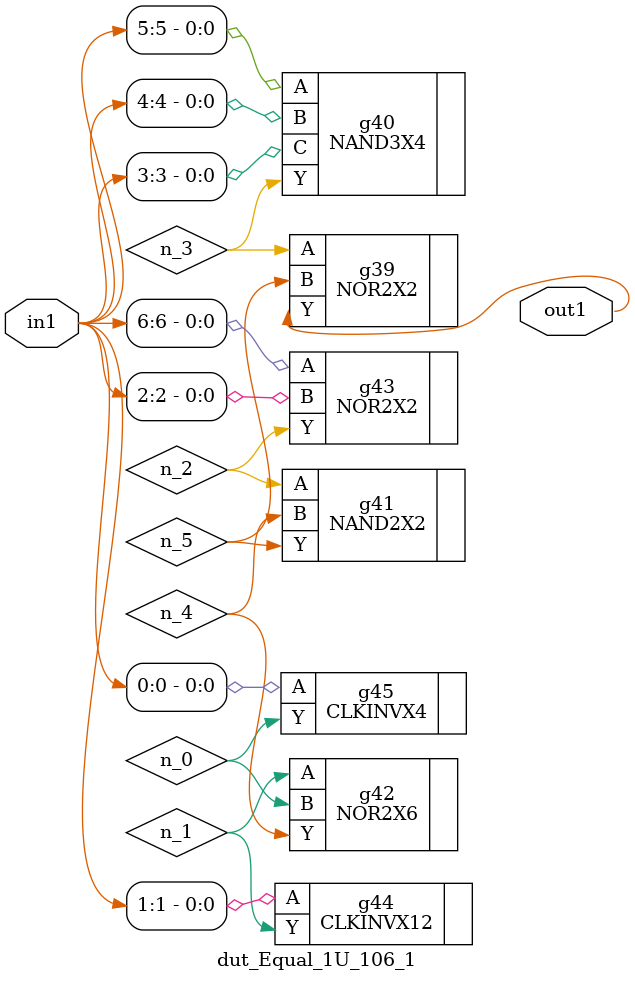
<source format=v>
`timescale 1ps / 1ps


module dut_Equal_1U_106_1(in1, out1);
  input [6:0] in1;
  output out1;
  wire [6:0] in1;
  wire out1;
  wire n_0, n_1, n_2, n_3, n_4, n_5;
  NOR2X2 g39(.A (n_3), .B (n_5), .Y (out1));
  NAND2X2 g41(.A (n_2), .B (n_4), .Y (n_5));
  NOR2X6 g42(.A (n_1), .B (n_0), .Y (n_4));
  NAND3X4 g40(.A (in1[5]), .B (in1[4]), .C (in1[3]), .Y (n_3));
  NOR2X2 g43(.A (in1[6]), .B (in1[2]), .Y (n_2));
  CLKINVX12 g44(.A (in1[1]), .Y (n_1));
  CLKINVX4 g45(.A (in1[0]), .Y (n_0));
endmodule



</source>
